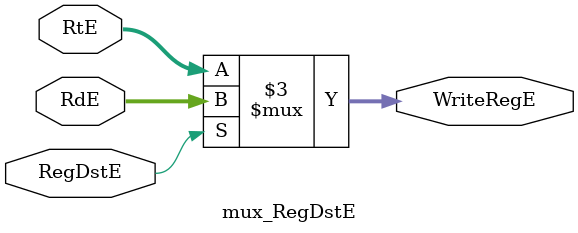
<source format=v>
`timescale 1ns / 1ps
module mux_RegDstE(
	input wire [4:0]RtE,
	input wire [4:0]RdE,
	input wire RegDstE,
	output reg [4:0]WriteRegE
);
	 
always@(*)
begin
	if(RegDstE)
		WriteRegE <= RdE;
	else
		WriteRegE <= RtE;
end


endmodule
</source>
